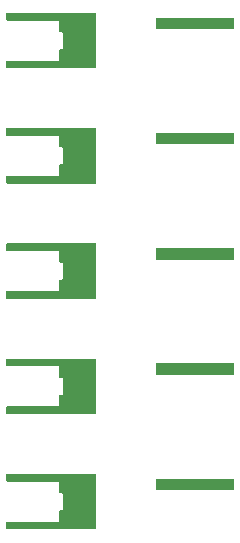
<source format=gbr>
G04 #@! TF.GenerationSoftware,KiCad,Pcbnew,(5.0.2)-1*
G04 #@! TF.CreationDate,2019-09-04T12:50:56-04:00*
G04 #@! TF.ProjectId,MMCX_2DD-100P_Even,4d4d4358-5f32-4444-942d-313030505f45,rev?*
G04 #@! TF.SameCoordinates,Original*
G04 #@! TF.FileFunction,Soldermask,Top*
G04 #@! TF.FilePolarity,Negative*
%FSLAX46Y46*%
G04 Gerber Fmt 4.6, Leading zero omitted, Abs format (unit mm)*
G04 Created by KiCad (PCBNEW (5.0.2)-1) date 9/4/2019 12:50:56 PM*
%MOMM*%
%LPD*%
G01*
G04 APERTURE LIST*
%ADD10C,0.100000*%
G04 APERTURE END LIST*
D10*
G36*
X147750984Y-66174062D02*
X147760596Y-66176978D01*
X147769454Y-66181713D01*
X147777222Y-66188088D01*
X147783597Y-66195856D01*
X147788332Y-66204714D01*
X147791248Y-66214326D01*
X147792837Y-66230465D01*
X147792837Y-67743485D01*
X147791248Y-67759624D01*
X147789332Y-67765939D01*
X147784551Y-67789973D01*
X147784551Y-67814477D01*
X147789331Y-67838510D01*
X147791985Y-67844917D01*
X147791985Y-69203466D01*
X147786351Y-69222039D01*
X147783949Y-69246425D01*
X147786351Y-69270811D01*
X147789332Y-69282711D01*
X147791248Y-69289026D01*
X147792837Y-69305165D01*
X147792837Y-70818185D01*
X147791248Y-70834324D01*
X147788332Y-70843936D01*
X147783597Y-70852794D01*
X147777222Y-70860562D01*
X147769454Y-70866937D01*
X147760596Y-70871672D01*
X147750984Y-70874588D01*
X147734845Y-70876177D01*
X140247125Y-70876177D01*
X140230986Y-70874588D01*
X140221374Y-70871672D01*
X140212516Y-70866937D01*
X140204748Y-70860562D01*
X140198373Y-70852794D01*
X140193638Y-70843936D01*
X140190722Y-70834324D01*
X140189133Y-70818185D01*
X140189133Y-70280465D01*
X140190722Y-70264326D01*
X140193638Y-70254714D01*
X140198373Y-70245856D01*
X140204748Y-70238088D01*
X140212516Y-70231713D01*
X140221374Y-70226978D01*
X140230986Y-70224062D01*
X140247125Y-70222473D01*
X144564133Y-70222473D01*
X144588519Y-70220071D01*
X144611968Y-70212958D01*
X144633579Y-70201407D01*
X144652521Y-70185861D01*
X144668067Y-70166919D01*
X144679618Y-70145308D01*
X144686731Y-70121859D01*
X144689133Y-70097473D01*
X144689133Y-69305165D01*
X144690722Y-69289026D01*
X144693638Y-69279414D01*
X144698373Y-69270556D01*
X144704748Y-69262788D01*
X144712516Y-69256413D01*
X144721374Y-69251678D01*
X144730986Y-69248762D01*
X144747125Y-69247173D01*
X144869785Y-69247173D01*
X144894171Y-69244771D01*
X144917620Y-69237658D01*
X144939231Y-69226107D01*
X144958173Y-69210561D01*
X144973719Y-69191619D01*
X144985270Y-69170008D01*
X144992383Y-69146559D01*
X144994785Y-69122173D01*
X144994785Y-67926477D01*
X144992383Y-67902091D01*
X144985270Y-67878642D01*
X144973719Y-67857031D01*
X144958173Y-67838089D01*
X144939231Y-67822543D01*
X144917620Y-67810992D01*
X144894171Y-67803879D01*
X144869785Y-67801477D01*
X144747125Y-67801477D01*
X144730986Y-67799888D01*
X144721374Y-67796972D01*
X144712516Y-67792237D01*
X144704748Y-67785862D01*
X144698373Y-67778094D01*
X144693638Y-67769236D01*
X144690722Y-67759624D01*
X144689133Y-67743485D01*
X144689133Y-66951177D01*
X144686731Y-66926791D01*
X144679618Y-66903342D01*
X144668067Y-66881731D01*
X144652521Y-66862789D01*
X144633579Y-66847243D01*
X144611968Y-66835692D01*
X144588519Y-66828579D01*
X144564133Y-66826177D01*
X140247125Y-66826177D01*
X140230986Y-66824588D01*
X140221374Y-66821672D01*
X140212516Y-66816937D01*
X140204748Y-66810562D01*
X140198373Y-66802794D01*
X140193638Y-66793936D01*
X140190722Y-66784324D01*
X140189133Y-66768185D01*
X140189133Y-66230465D01*
X140190722Y-66214326D01*
X140193638Y-66204714D01*
X140198373Y-66195856D01*
X140204748Y-66188088D01*
X140212516Y-66181713D01*
X140221374Y-66176978D01*
X140230986Y-66174062D01*
X140247125Y-66172473D01*
X147734845Y-66172473D01*
X147750984Y-66174062D01*
X147750984Y-66174062D01*
G37*
G36*
X159478635Y-67553504D02*
X152899635Y-67553504D01*
X152899635Y-66567584D01*
X159478635Y-66567584D01*
X159478635Y-67553504D01*
X159478635Y-67553504D01*
G37*
G36*
X147750984Y-56415542D02*
X147760596Y-56418458D01*
X147769454Y-56423193D01*
X147777222Y-56429568D01*
X147783597Y-56437336D01*
X147788332Y-56446194D01*
X147791248Y-56455806D01*
X147792837Y-56471945D01*
X147792837Y-57984965D01*
X147791248Y-58001104D01*
X147789332Y-58007419D01*
X147784551Y-58031453D01*
X147784551Y-58055957D01*
X147789331Y-58079990D01*
X147791985Y-58086397D01*
X147791985Y-59444946D01*
X147786351Y-59463519D01*
X147783949Y-59487905D01*
X147786351Y-59512291D01*
X147789332Y-59524191D01*
X147791248Y-59530506D01*
X147792837Y-59546645D01*
X147792837Y-61059665D01*
X147791248Y-61075804D01*
X147788332Y-61085416D01*
X147783597Y-61094274D01*
X147777222Y-61102042D01*
X147769454Y-61108417D01*
X147760596Y-61113152D01*
X147750984Y-61116068D01*
X147734845Y-61117657D01*
X140247125Y-61117657D01*
X140230986Y-61116068D01*
X140221374Y-61113152D01*
X140212516Y-61108417D01*
X140204748Y-61102042D01*
X140198373Y-61094274D01*
X140193638Y-61085416D01*
X140190722Y-61075804D01*
X140189133Y-61059665D01*
X140189133Y-60521945D01*
X140190722Y-60505806D01*
X140193638Y-60496194D01*
X140198373Y-60487336D01*
X140204748Y-60479568D01*
X140212516Y-60473193D01*
X140221374Y-60468458D01*
X140230986Y-60465542D01*
X140247125Y-60463953D01*
X144564133Y-60463953D01*
X144588519Y-60461551D01*
X144611968Y-60454438D01*
X144633579Y-60442887D01*
X144652521Y-60427341D01*
X144668067Y-60408399D01*
X144679618Y-60386788D01*
X144686731Y-60363339D01*
X144689133Y-60338953D01*
X144689133Y-59546645D01*
X144690722Y-59530506D01*
X144693638Y-59520894D01*
X144698373Y-59512036D01*
X144704748Y-59504268D01*
X144712516Y-59497893D01*
X144721374Y-59493158D01*
X144730986Y-59490242D01*
X144747125Y-59488653D01*
X144869785Y-59488653D01*
X144894171Y-59486251D01*
X144917620Y-59479138D01*
X144939231Y-59467587D01*
X144958173Y-59452041D01*
X144973719Y-59433099D01*
X144985270Y-59411488D01*
X144992383Y-59388039D01*
X144994785Y-59363653D01*
X144994785Y-58167957D01*
X144992383Y-58143571D01*
X144985270Y-58120122D01*
X144973719Y-58098511D01*
X144958173Y-58079569D01*
X144939231Y-58064023D01*
X144917620Y-58052472D01*
X144894171Y-58045359D01*
X144869785Y-58042957D01*
X144747125Y-58042957D01*
X144730986Y-58041368D01*
X144721374Y-58038452D01*
X144712516Y-58033717D01*
X144704748Y-58027342D01*
X144698373Y-58019574D01*
X144693638Y-58010716D01*
X144690722Y-58001104D01*
X144689133Y-57984965D01*
X144689133Y-57192657D01*
X144686731Y-57168271D01*
X144679618Y-57144822D01*
X144668067Y-57123211D01*
X144652521Y-57104269D01*
X144633579Y-57088723D01*
X144611968Y-57077172D01*
X144588519Y-57070059D01*
X144564133Y-57067657D01*
X140247125Y-57067657D01*
X140230986Y-57066068D01*
X140221374Y-57063152D01*
X140212516Y-57058417D01*
X140204748Y-57052042D01*
X140198373Y-57044274D01*
X140193638Y-57035416D01*
X140190722Y-57025804D01*
X140189133Y-57009665D01*
X140189133Y-56471945D01*
X140190722Y-56455806D01*
X140193638Y-56446194D01*
X140198373Y-56437336D01*
X140204748Y-56429568D01*
X140212516Y-56423193D01*
X140221374Y-56418458D01*
X140230986Y-56415542D01*
X140247125Y-56413953D01*
X147734845Y-56413953D01*
X147750984Y-56415542D01*
X147750984Y-56415542D01*
G37*
G36*
X159478635Y-57794987D02*
X152899635Y-57794987D01*
X152899635Y-56809067D01*
X159478635Y-56809067D01*
X159478635Y-57794987D01*
X159478635Y-57794987D01*
G37*
G36*
X147750984Y-46657022D02*
X147760596Y-46659938D01*
X147769454Y-46664673D01*
X147777222Y-46671048D01*
X147783597Y-46678816D01*
X147788332Y-46687674D01*
X147791248Y-46697286D01*
X147792837Y-46713425D01*
X147792837Y-48226445D01*
X147791248Y-48242584D01*
X147789332Y-48248899D01*
X147784551Y-48272933D01*
X147784551Y-48297437D01*
X147789331Y-48321470D01*
X147791985Y-48327877D01*
X147791985Y-49686426D01*
X147786351Y-49704999D01*
X147783949Y-49729385D01*
X147786351Y-49753771D01*
X147789332Y-49765671D01*
X147791248Y-49771986D01*
X147792837Y-49788125D01*
X147792837Y-51301145D01*
X147791248Y-51317284D01*
X147788332Y-51326896D01*
X147783597Y-51335754D01*
X147777222Y-51343522D01*
X147769454Y-51349897D01*
X147760596Y-51354632D01*
X147750984Y-51357548D01*
X147734845Y-51359137D01*
X140247125Y-51359137D01*
X140230986Y-51357548D01*
X140221374Y-51354632D01*
X140212516Y-51349897D01*
X140204748Y-51343522D01*
X140198373Y-51335754D01*
X140193638Y-51326896D01*
X140190722Y-51317284D01*
X140189133Y-51301145D01*
X140189133Y-50763425D01*
X140190722Y-50747286D01*
X140193638Y-50737674D01*
X140198373Y-50728816D01*
X140204748Y-50721048D01*
X140212516Y-50714673D01*
X140221374Y-50709938D01*
X140230986Y-50707022D01*
X140247125Y-50705433D01*
X144564133Y-50705433D01*
X144588519Y-50703031D01*
X144611968Y-50695918D01*
X144633579Y-50684367D01*
X144652521Y-50668821D01*
X144668067Y-50649879D01*
X144679618Y-50628268D01*
X144686731Y-50604819D01*
X144689133Y-50580433D01*
X144689133Y-49788125D01*
X144690722Y-49771986D01*
X144693638Y-49762374D01*
X144698373Y-49753516D01*
X144704748Y-49745748D01*
X144712516Y-49739373D01*
X144721374Y-49734638D01*
X144730986Y-49731722D01*
X144747125Y-49730133D01*
X144869785Y-49730133D01*
X144894171Y-49727731D01*
X144917620Y-49720618D01*
X144939231Y-49709067D01*
X144958173Y-49693521D01*
X144973719Y-49674579D01*
X144985270Y-49652968D01*
X144992383Y-49629519D01*
X144994785Y-49605133D01*
X144994785Y-48409437D01*
X144992383Y-48385051D01*
X144985270Y-48361602D01*
X144973719Y-48339991D01*
X144958173Y-48321049D01*
X144939231Y-48305503D01*
X144917620Y-48293952D01*
X144894171Y-48286839D01*
X144869785Y-48284437D01*
X144747125Y-48284437D01*
X144730986Y-48282848D01*
X144721374Y-48279932D01*
X144712516Y-48275197D01*
X144704748Y-48268822D01*
X144698373Y-48261054D01*
X144693638Y-48252196D01*
X144690722Y-48242584D01*
X144689133Y-48226445D01*
X144689133Y-47434137D01*
X144686731Y-47409751D01*
X144679618Y-47386302D01*
X144668067Y-47364691D01*
X144652521Y-47345749D01*
X144633579Y-47330203D01*
X144611968Y-47318652D01*
X144588519Y-47311539D01*
X144564133Y-47309137D01*
X140247125Y-47309137D01*
X140230986Y-47307548D01*
X140221374Y-47304632D01*
X140212516Y-47299897D01*
X140204748Y-47293522D01*
X140198373Y-47285754D01*
X140193638Y-47276896D01*
X140190722Y-47267284D01*
X140189133Y-47251145D01*
X140189133Y-46713425D01*
X140190722Y-46697286D01*
X140193638Y-46687674D01*
X140198373Y-46678816D01*
X140204748Y-46671048D01*
X140212516Y-46664673D01*
X140221374Y-46659938D01*
X140230986Y-46657022D01*
X140247125Y-46655433D01*
X147734845Y-46655433D01*
X147750984Y-46657022D01*
X147750984Y-46657022D01*
G37*
G36*
X159478635Y-48036464D02*
X152899635Y-48036464D01*
X152899635Y-47050544D01*
X159478635Y-47050544D01*
X159478635Y-48036464D01*
X159478635Y-48036464D01*
G37*
G36*
X147750984Y-36898502D02*
X147760596Y-36901418D01*
X147769454Y-36906153D01*
X147777222Y-36912528D01*
X147783597Y-36920296D01*
X147788332Y-36929154D01*
X147791248Y-36938766D01*
X147792837Y-36954905D01*
X147792837Y-38467925D01*
X147791248Y-38484064D01*
X147789332Y-38490379D01*
X147784551Y-38514413D01*
X147784551Y-38538917D01*
X147789331Y-38562950D01*
X147791985Y-38569357D01*
X147791985Y-39927906D01*
X147786351Y-39946479D01*
X147783949Y-39970865D01*
X147786351Y-39995251D01*
X147789332Y-40007151D01*
X147791248Y-40013466D01*
X147792837Y-40029605D01*
X147792837Y-41542625D01*
X147791248Y-41558764D01*
X147788332Y-41568376D01*
X147783597Y-41577234D01*
X147777222Y-41585002D01*
X147769454Y-41591377D01*
X147760596Y-41596112D01*
X147750984Y-41599028D01*
X147734845Y-41600617D01*
X140247125Y-41600617D01*
X140230986Y-41599028D01*
X140221374Y-41596112D01*
X140212516Y-41591377D01*
X140204748Y-41585002D01*
X140198373Y-41577234D01*
X140193638Y-41568376D01*
X140190722Y-41558764D01*
X140189133Y-41542625D01*
X140189133Y-41004905D01*
X140190722Y-40988766D01*
X140193638Y-40979154D01*
X140198373Y-40970296D01*
X140204748Y-40962528D01*
X140212516Y-40956153D01*
X140221374Y-40951418D01*
X140230986Y-40948502D01*
X140247125Y-40946913D01*
X144564133Y-40946913D01*
X144588519Y-40944511D01*
X144611968Y-40937398D01*
X144633579Y-40925847D01*
X144652521Y-40910301D01*
X144668067Y-40891359D01*
X144679618Y-40869748D01*
X144686731Y-40846299D01*
X144689133Y-40821913D01*
X144689133Y-40029605D01*
X144690722Y-40013466D01*
X144693638Y-40003854D01*
X144698373Y-39994996D01*
X144704748Y-39987228D01*
X144712516Y-39980853D01*
X144721374Y-39976118D01*
X144730986Y-39973202D01*
X144747125Y-39971613D01*
X144869785Y-39971613D01*
X144894171Y-39969211D01*
X144917620Y-39962098D01*
X144939231Y-39950547D01*
X144958173Y-39935001D01*
X144973719Y-39916059D01*
X144985270Y-39894448D01*
X144992383Y-39870999D01*
X144994785Y-39846613D01*
X144994785Y-38650917D01*
X144992383Y-38626531D01*
X144985270Y-38603082D01*
X144973719Y-38581471D01*
X144958173Y-38562529D01*
X144939231Y-38546983D01*
X144917620Y-38535432D01*
X144894171Y-38528319D01*
X144869785Y-38525917D01*
X144747125Y-38525917D01*
X144730986Y-38524328D01*
X144721374Y-38521412D01*
X144712516Y-38516677D01*
X144704748Y-38510302D01*
X144698373Y-38502534D01*
X144693638Y-38493676D01*
X144690722Y-38484064D01*
X144689133Y-38467925D01*
X144689133Y-37675617D01*
X144686731Y-37651231D01*
X144679618Y-37627782D01*
X144668067Y-37606171D01*
X144652521Y-37587229D01*
X144633579Y-37571683D01*
X144611968Y-37560132D01*
X144588519Y-37553019D01*
X144564133Y-37550617D01*
X140247125Y-37550617D01*
X140230986Y-37549028D01*
X140221374Y-37546112D01*
X140212516Y-37541377D01*
X140204748Y-37535002D01*
X140198373Y-37527234D01*
X140193638Y-37518376D01*
X140190722Y-37508764D01*
X140189133Y-37492625D01*
X140189133Y-36954905D01*
X140190722Y-36938766D01*
X140193638Y-36929154D01*
X140198373Y-36920296D01*
X140204748Y-36912528D01*
X140212516Y-36906153D01*
X140221374Y-36901418D01*
X140230986Y-36898502D01*
X140247125Y-36896913D01*
X147734845Y-36896913D01*
X147750984Y-36898502D01*
X147750984Y-36898502D01*
G37*
G36*
X159478635Y-38277944D02*
X152899635Y-38277944D01*
X152899635Y-37292024D01*
X159478635Y-37292024D01*
X159478635Y-38277944D01*
X159478635Y-38277944D01*
G37*
G36*
X147750984Y-27139982D02*
X147760596Y-27142898D01*
X147769454Y-27147633D01*
X147777222Y-27154008D01*
X147783597Y-27161776D01*
X147788332Y-27170634D01*
X147791248Y-27180246D01*
X147792837Y-27196385D01*
X147792837Y-28709405D01*
X147791248Y-28725544D01*
X147789332Y-28731859D01*
X147784551Y-28755893D01*
X147784551Y-28780397D01*
X147789331Y-28804430D01*
X147791985Y-28810837D01*
X147791985Y-30169386D01*
X147786351Y-30187959D01*
X147783949Y-30212345D01*
X147786351Y-30236731D01*
X147789332Y-30248631D01*
X147791248Y-30254946D01*
X147792837Y-30271085D01*
X147792837Y-31784105D01*
X147791248Y-31800244D01*
X147788332Y-31809856D01*
X147783597Y-31818714D01*
X147777222Y-31826482D01*
X147769454Y-31832857D01*
X147760596Y-31837592D01*
X147750984Y-31840508D01*
X147734845Y-31842097D01*
X140247125Y-31842097D01*
X140230986Y-31840508D01*
X140221374Y-31837592D01*
X140212516Y-31832857D01*
X140204748Y-31826482D01*
X140198373Y-31818714D01*
X140193638Y-31809856D01*
X140190722Y-31800244D01*
X140189133Y-31784105D01*
X140189133Y-31246385D01*
X140190722Y-31230246D01*
X140193638Y-31220634D01*
X140198373Y-31211776D01*
X140204748Y-31204008D01*
X140212516Y-31197633D01*
X140221374Y-31192898D01*
X140230986Y-31189982D01*
X140247125Y-31188393D01*
X144564133Y-31188393D01*
X144588519Y-31185991D01*
X144611968Y-31178878D01*
X144633579Y-31167327D01*
X144652521Y-31151781D01*
X144668067Y-31132839D01*
X144679618Y-31111228D01*
X144686731Y-31087779D01*
X144689133Y-31063393D01*
X144689133Y-30271085D01*
X144690722Y-30254946D01*
X144693638Y-30245334D01*
X144698373Y-30236476D01*
X144704748Y-30228708D01*
X144712516Y-30222333D01*
X144721374Y-30217598D01*
X144730986Y-30214682D01*
X144747125Y-30213093D01*
X144869785Y-30213093D01*
X144894171Y-30210691D01*
X144917620Y-30203578D01*
X144939231Y-30192027D01*
X144958173Y-30176481D01*
X144973719Y-30157539D01*
X144985270Y-30135928D01*
X144992383Y-30112479D01*
X144994785Y-30088093D01*
X144994785Y-28892397D01*
X144992383Y-28868011D01*
X144985270Y-28844562D01*
X144973719Y-28822951D01*
X144958173Y-28804009D01*
X144939231Y-28788463D01*
X144917620Y-28776912D01*
X144894171Y-28769799D01*
X144869785Y-28767397D01*
X144747125Y-28767397D01*
X144730986Y-28765808D01*
X144721374Y-28762892D01*
X144712516Y-28758157D01*
X144704748Y-28751782D01*
X144698373Y-28744014D01*
X144693638Y-28735156D01*
X144690722Y-28725544D01*
X144689133Y-28709405D01*
X144689133Y-27917097D01*
X144686731Y-27892711D01*
X144679618Y-27869262D01*
X144668067Y-27847651D01*
X144652521Y-27828709D01*
X144633579Y-27813163D01*
X144611968Y-27801612D01*
X144588519Y-27794499D01*
X144564133Y-27792097D01*
X140247125Y-27792097D01*
X140230986Y-27790508D01*
X140221374Y-27787592D01*
X140212516Y-27782857D01*
X140204748Y-27776482D01*
X140198373Y-27768714D01*
X140193638Y-27759856D01*
X140190722Y-27750244D01*
X140189133Y-27734105D01*
X140189133Y-27196385D01*
X140190722Y-27180246D01*
X140193638Y-27170634D01*
X140198373Y-27161776D01*
X140204748Y-27154008D01*
X140212516Y-27147633D01*
X140221374Y-27142898D01*
X140230986Y-27139982D01*
X140247125Y-27138393D01*
X147734845Y-27138393D01*
X147750984Y-27139982D01*
X147750984Y-27139982D01*
G37*
G36*
X159478635Y-28519424D02*
X152899635Y-28519424D01*
X152899635Y-27533504D01*
X159478635Y-27533504D01*
X159478635Y-28519424D01*
X159478635Y-28519424D01*
G37*
M02*

</source>
